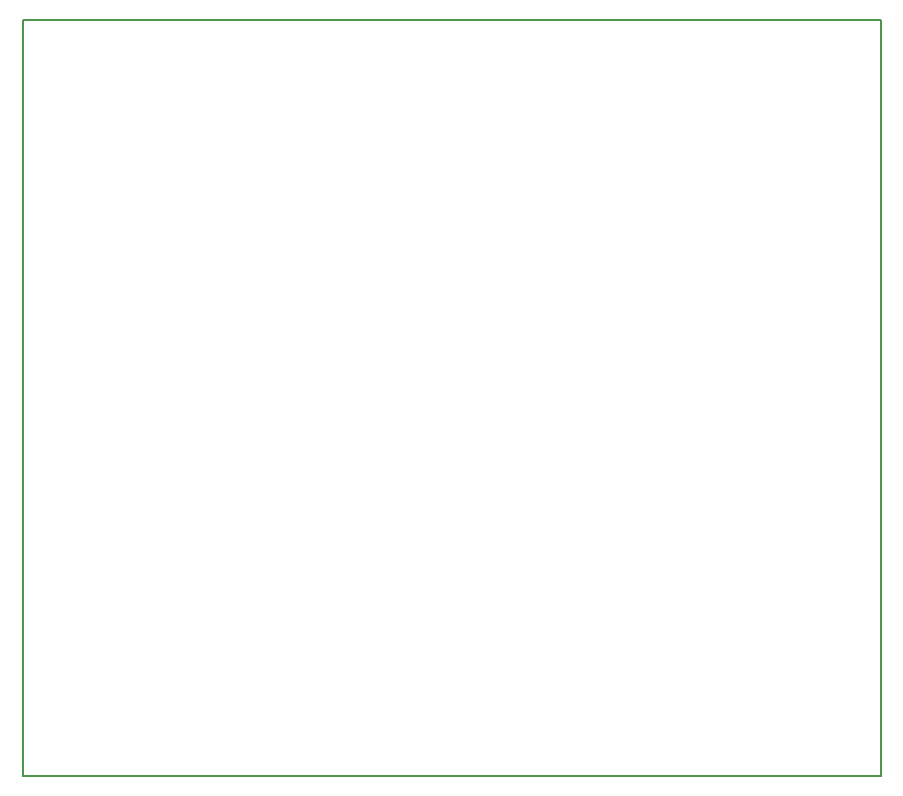
<source format=gm1>
G04 #@! TF.GenerationSoftware,KiCad,Pcbnew,(5.0.0)*
G04 #@! TF.CreationDate,2018-10-18T19:20:22-07:00*
G04 #@! TF.ProjectId,Genesynth,47656E6573796E74682E6B696361645F,v0*
G04 #@! TF.SameCoordinates,Original*
G04 #@! TF.FileFunction,Profile,NP*
%FSLAX46Y46*%
G04 Gerber Fmt 4.6, Leading zero omitted, Abs format (unit mm)*
G04 Created by KiCad (PCBNEW (5.0.0)) date 10/18/18 19:20:22*
%MOMM*%
%LPD*%
G01*
G04 APERTURE LIST*
%ADD10C,0.200000*%
G04 APERTURE END LIST*
D10*
X87376000Y-132080000D02*
X87376000Y-68072000D01*
X160020000Y-132080000D02*
X87376000Y-132080000D01*
X160020000Y-68072000D02*
X160020000Y-132080000D01*
X87376000Y-68072000D02*
X160020000Y-68072000D01*
M02*

</source>
